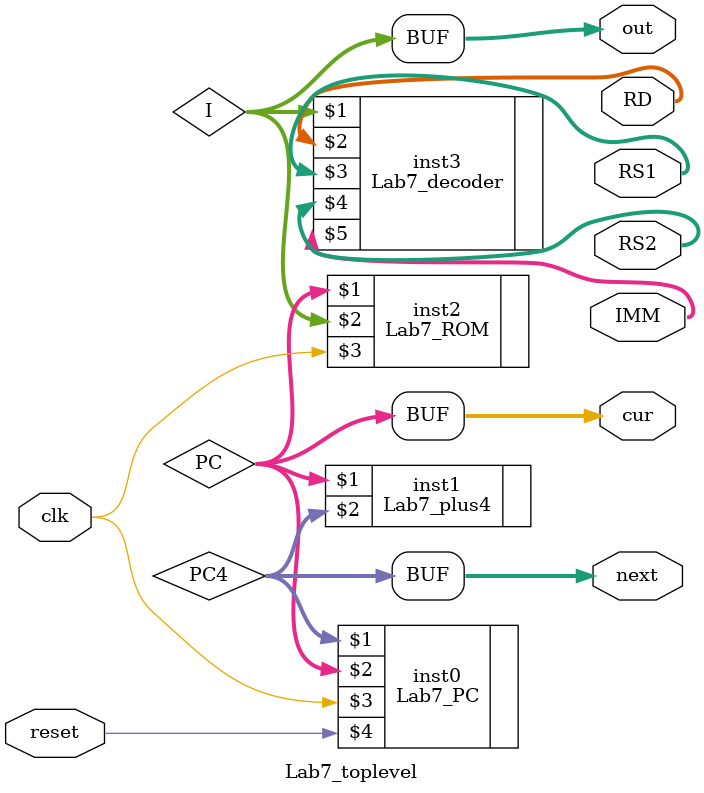
<source format=v>
module Lab7_toplevel(clk,reset,RD,RS1,RS2,IMM,out,cur,next);
    input clk,reset;
    output [4:0] RD,RS1,RS2;
    output [11:0] IMM;
    output [31:0] out;

    output [7:0] cur,next;

    wire [7:0] PC,PC4;
    Lab7_PC inst0 (PC4,PC,clk,reset);
    Lab7_plus4 inst1 (PC,PC4);

    wire [31:0] I;
    Lab7_ROM inst2 (PC,I,clk);
    Lab7_decoder inst3 (I,RD,RS1,RS2,IMM);

    assign out = I;
    assign cur = PC;
    assign next = PC4;
endmodule
</source>
